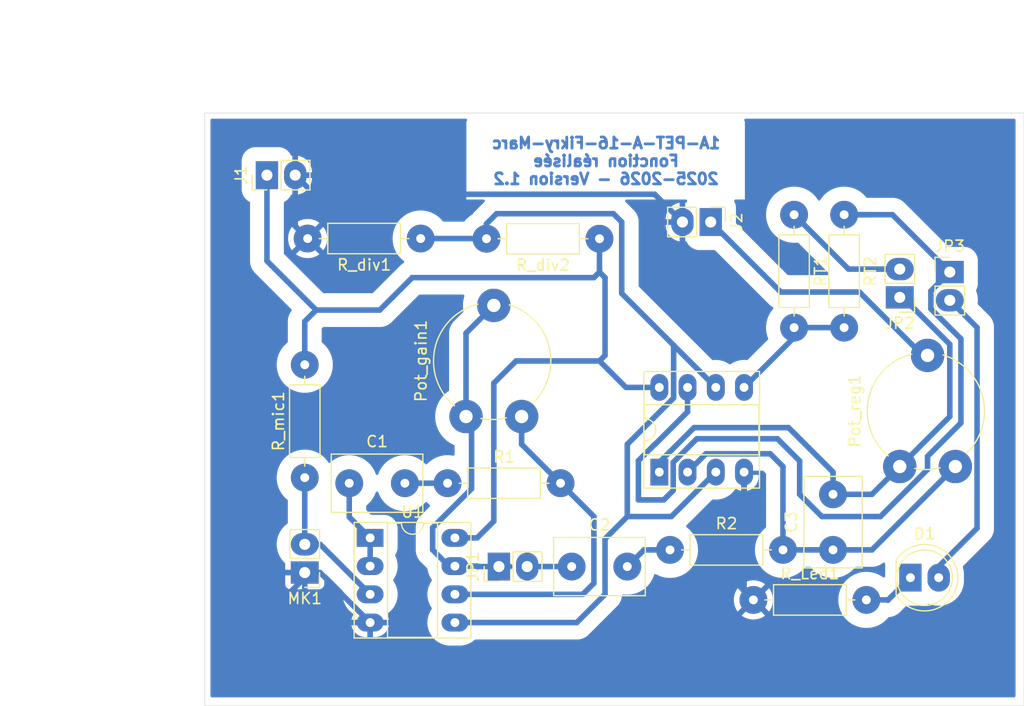
<source format=kicad_pcb>
(kicad_pcb (version 20241229) (generator "pcbnew") (generator_version "9.0")
  (layers (0 "F.Cu" signal) (2 "B.Cu" signal) (13 "F.Paste" user) (15 "B.Paste" user) (5 "F.SilkS" user "F.Silkscreen") (7 "B.SilkS" user "B.Silkscreen") (1 "F.Mask" user) (3 "B.Mask" user) (25 "Edge.Cuts" user))
  (net 0 "")
  (net 1 "GND")
  (net 2 "VCC")
  (net 3 "/Ve")
  (net 4 "Net-(C1-Pad2)")
  (net 5 "/Vs_filtre")
  (net 6 "Net-(U1B--)")
  (net 7 "/V_trig")
  (net 8 "Net-(D1-K)")
  (net 9 "Net-(U2A--)")
  (net 10 "Net-(U1A--)")
  (net 11 "/Vs_amp")
  (net 12 "/V_reg")
  (net 13 "Net-(U2B-+)")
  (net 14 "Net-(C2-Pad2)")
  (net 15 "Net-(U1B-+)")
  (net 16 "Net-(JP1-B)")
  (net 17 "Net-(D1-A)")
  (net 18 "Net-(JP2-B)")
  (footprint "LIB_TR_PHELMA:R_Axial_DIN0207_L6.3mm_D2.5mm_P10.16mm_Horizontal" (layer "F.Cu") (at 74.34 51.5)
    (property "Reference" "R2" (at 5.08 -2.37 0) (layer "F.SilkS"))
    (property "Value" "4.7K")
    (fp_line (start 1.04 0) (end 1.81 0) (stroke (width 0.12)) (layer "F.SilkS"))
    (fp_line (start 1.81 -1.37) (end 1.81 1.37) (stroke (width 0.12)) (layer "F.SilkS"))
    (fp_line (start 1.81 1.37) (end 8.35 1.37) (stroke (width 0.12)) (layer "F.SilkS"))
    (fp_line (start 8.35 -1.37) (end 1.81 -1.37) (stroke (width 0.12)) (layer "F.SilkS"))
    (fp_line (start 8.35 1.37) (end 8.35 -1.37) (stroke (width 0.12)) (layer "F.SilkS"))
    (fp_line (start 9.12 0) (end 8.35 0) (stroke (width 0.12)) (layer "F.SilkS"))
    (pad "1" thru_hole circle (at 0 0) (size 2.5 2.5) (drill 0.8) (layers "*.Cu" "*.Mask") (net 14 "Net-(C2-Pad2)"))
    (pad "2" thru_hole circle (at 10.16 0) (size 2.5 2.5) (drill 0.8) (layers "*.Cu" "*.Mask") (net 9 "Net-(U2A--)"))
  )
  (footprint "LIB_TR_PHELMA:DIP-8_W7.62mm_Socket_LongPads" (layer "F.Cu") (at 47.38 50.42)
    (property "Reference" "U1" (at 3.81 -2.33 0) (layer "F.SilkS"))
    (property "Value" "MCP6002-xP")
    (fp_line (start -1.44 -1.39) (end -1.44 9.01) (stroke (width 0.12)) (layer "F.SilkS"))
    (fp_line (start -1.44 9.01) (end 9.06 9.01) (stroke (width 0.12)) (layer "F.SilkS"))
    (fp_line (start 1.56 -1.33) (end 1.56 8.95) (stroke (width 0.12)) (layer "F.SilkS"))
    (fp_line (start 1.56 8.95) (end 6.06 8.95) (stroke (width 0.12)) (layer "F.SilkS"))
    (fp_line (start 2.81 -1.33) (end 1.56 -1.33) (stroke (width 0.12)) (layer "F.SilkS"))
    (fp_line (start 6.06 -1.33) (end 4.81 -1.33) (stroke (width 0.12)) (layer "F.SilkS"))
    (fp_line (start 6.06 8.95) (end 6.06 -1.33) (stroke (width 0.12)) (layer "F.SilkS"))
    (fp_line (start 9.06 -1.39) (end -1.44 -1.39) (stroke (width 0.12)) (layer "F.SilkS"))
    (fp_line (start 9.06 9.01) (end 9.06 -1.39) (stroke (width 0.12)) (layer "F.SilkS"))
    (fp_arc (start 4.81 -1.33) (mid 3.81 -0.33) (end 2.81 -1.33) (stroke (width 0.12)) (layer "F.SilkS"))
    (pad "1" thru_hole rect (at 0 0) (size 2.4 1.6) (drill 0.8) (layers "*.Cu" "*.Mask") (net 10 "Net-(U1A--)"))
    (pad "2" thru_hole oval (at 0 2.54) (size 2.4 1.6) (drill 0.8) (layers "*.Cu" "*.Mask") (net 10 "Net-(U1A--)"))
    (pad "3" thru_hole oval (at 0 5.08) (size 2.4 1.6) (drill 0.8) (layers "*.Cu" "*.Mask") (net 3 "/Ve"))
    (pad "4" thru_hole oval (at 0 7.62) (size 2.4 1.6) (drill 0.8) (layers "*.Cu" "*.Mask") (net 1 "GND"))
    (pad "5" thru_hole oval (at 7.62 7.62) (size 2.4 1.6) (drill 0.8) (layers "*.Cu" "*.Mask") (net 15 "Net-(U1B-+)"))
    (pad "6" thru_hole oval (at 7.62 5.08) (size 2.4 1.6) (drill 0.8) (layers "*.Cu" "*.Mask") (net 6 "Net-(U1B--)"))
    (pad "7" thru_hole oval (at 7.62 2.54) (size 2.4 1.6) (drill 0.8) (layers "*.Cu" "*.Mask") (net 11 "/Vs_amp"))
    (pad "8" thru_hole oval (at 7.62 0) (size 2.4 1.6) (drill 0.8) (layers "*.Cu" "*.Mask") (net 2 "VCC"))
  )
  (footprint "LIB_TR_PHELMA:R_Axial_DIN0207_L6.3mm_D2.5mm_P10.16mm_Horizontal" (layer "F.Cu") (at 81.84 56)
    (property "Reference" "R_Led1" (at 5.08 -2.37 0) (layer "F.SilkS"))
    (property "Value" "250")
    (fp_line (start 1.04 0) (end 1.81 0) (stroke (width 0.12)) (layer "F.SilkS"))
    (fp_line (start 1.81 -1.37) (end 1.81 1.37) (stroke (width 0.12)) (layer "F.SilkS"))
    (fp_line (start 1.81 1.37) (end 8.35 1.37) (stroke (width 0.12)) (layer "F.SilkS"))
    (fp_line (start 8.35 -1.37) (end 1.81 -1.37) (stroke (width 0.12)) (layer "F.SilkS"))
    (fp_line (start 8.35 1.37) (end 8.35 -1.37) (stroke (width 0.12)) (layer "F.SilkS"))
    (fp_line (start 9.12 0) (end 8.35 0) (stroke (width 0.12)) (layer "F.SilkS"))
    (pad "1" thru_hole circle (at 0 0) (size 2.5 2.5) (drill 0.8) (layers "*.Cu" "*.Mask") (net 1 "GND"))
    (pad "2" thru_hole circle (at 10.16 0) (size 2.5 2.5) (drill 0.8) (layers "*.Cu" "*.Mask") (net 8 "Net-(D1-K)"))
  )
  (footprint "LIB_TR_PHELMA:PinHeader_1x02_P2.54mm_Vertical" (layer "F.Cu") (at 41.5 53.54 180)
    (property "Reference" "MK1" (at 0 -2.33 0) (layer "F.SilkS"))
    (property "Value" "Microphone")
    (fp_line (start 1.33 1.27) (end 1.33 3.87) (stroke (width 0.12)) (layer "F.SilkS"))
    (fp_line (start -1.33 3.87) (end 1.33 3.87) (stroke (width 0.12)) (layer "F.SilkS"))
    (fp_line (start -1.33 1.27) (end 1.33 1.27) (stroke (width 0.12)) (layer "F.SilkS"))
    (fp_line (start -1.33 1.27) (end -1.33 3.87) (stroke (width 0.12)) (layer "F.SilkS"))
    (fp_line (start -1.33 0) (end -1.33 -1.33) (stroke (width 0.12)) (layer "F.SilkS"))
    (fp_line (start -1.33 -1.33) (end 0 -1.33) (stroke (width 0.12)) (layer "F.SilkS"))
    (pad "1" thru_hole rect (at 0 0 180) (size 2.5 2) (drill 1) (layers "*.Cu" "*.Mask") (net 1 "GND"))
    (pad "2" thru_hole oval (at 0 2.54 180) (size 2.5 2) (drill 1) (layers "*.Cu" "*.Mask") (net 3 "/Ve"))
  )
  (footprint "LIB_TR_PHELMA:R_Axial_DIN0207_L6.3mm_D2.5mm_P10.16mm_Horizontal" (layer "F.Cu") (at 41.5 45 90)
    (property "Reference" "R_mic1" (at 5.08 -2.37 90) (layer "F.SilkS"))
    (property "Value" "2.2k")
    (fp_line (start 8.35 -1.37) (end 1.81 -1.37) (stroke (width 0.12)) (layer "F.SilkS"))
    (fp_line (start 1.81 -1.37) (end 1.81 1.37) (stroke (width 0.12)) (layer "F.SilkS"))
    (fp_line (start 9.12 0) (end 8.35 0) (stroke (width 0.12)) (layer "F.SilkS"))
    (fp_line (start 1.04 0) (end 1.81 0) (stroke (width 0.12)) (layer "F.SilkS"))
    (fp_line (start 8.35 1.37) (end 8.35 -1.37) (stroke (width 0.12)) (layer "F.SilkS"))
    (fp_line (start 1.81 1.37) (end 8.35 1.37) (stroke (width 0.12)) (layer "F.SilkS"))
    (pad "1" thru_hole circle (at 0 0 90) (size 2.5 2.5) (drill 0.8) (layers "*.Cu" "*.Mask") (net 3 "/Ve"))
    (pad "2" thru_hole circle (at 10.16 0 90) (size 2.5 2.5) (drill 0.8) (layers "*.Cu" "*.Mask") (net 2 "VCC"))
  )
  (footprint "LIB_TR_PHELMA:PinHeader_1x02_P2.54mm_Vertical" (layer "F.Cu") (at 95 28.775 180)
    (property "Reference" "JP2" (at 0 -2.33 0) (layer "F.SilkS"))
    (property "Value" "1m")
    (fp_line (start 1.33 1.27) (end 1.33 3.87) (stroke (width 0.12)) (layer "F.SilkS"))
    (fp_line (start -1.33 3.87) (end 1.33 3.87) (stroke (width 0.12)) (layer "F.SilkS"))
    (fp_line (start -1.33 1.27) (end 1.33 1.27) (stroke (width 0.12)) (layer "F.SilkS"))
    (fp_line (start -1.33 1.27) (end -1.33 3.87) (stroke (width 0.12)) (layer "F.SilkS"))
    (fp_line (start -1.33 0) (end -1.33 -1.33) (stroke (width 0.12)) (layer "F.SilkS"))
    (fp_line (start -1.33 -1.33) (end 0 -1.33) (stroke (width 0.12)) (layer "F.SilkS"))
    (pad "1" thru_hole rect (at 0 0 180) (size 2.5 2) (drill 1) (layers "*.Cu" "*.Mask") (net 5 "/Vs_filtre"))
    (pad "2" thru_hole oval (at 0 2.54 180) (size 2.5 2) (drill 1) (layers "*.Cu" "*.Mask") (net 18 "Net-(JP2-B)"))
  )
  (footprint "LIB_TR_PHELMA:R_Axial_DIN0207_L6.3mm_D2.5mm_P10.16mm_Horizontal" (layer "F.Cu") (at 51.92 23.484 180)
    (property "Reference" "R_div1" (at 5.08 -2.37 0) (layer "F.SilkS"))
    (property "Value" "1K")
    (fp_line (start 9.12 0) (end 8.35 0) (stroke (width 0.12)) (layer "F.SilkS"))
    (fp_line (start 8.35 1.37) (end 8.35 -1.37) (stroke (width 0.12)) (layer "F.SilkS"))
    (fp_line (start 8.35 -1.37) (end 1.81 -1.37) (stroke (width 0.12)) (layer "F.SilkS"))
    (fp_line (start 1.81 1.37) (end 8.35 1.37) (stroke (width 0.12)) (layer "F.SilkS"))
    (fp_line (start 1.81 -1.37) (end 1.81 1.37) (stroke (width 0.12)) (layer "F.SilkS"))
    (fp_line (start 1.04 0) (end 1.81 0) (stroke (width 0.12)) (layer "F.SilkS"))
    (pad "1" thru_hole circle (at 0 0 180) (size 2.5 2.5) (drill 0.8) (layers "*.Cu" "*.Mask") (net 15 "Net-(U1B-+)"))
    (pad "2" thru_hole circle (at 10.16 0 180) (size 2.5 2.5) (drill 0.8) (layers "*.Cu" "*.Mask") (net 1 "GND"))
  )
  (footprint "LIB_TR_PHELMA:CONDENSATEUR_5.08MM" (layer "F.Cu") (at 45.5 45.5)
    (property "Reference" "C1" (at 2.5 -3.75 0) (layer "F.SilkS"))
    (property "Value" "680n")
    (fp_line (start -1.62 -2.62) (end -1.62 2.62) (stroke (width 0.12)) (layer "F.SilkS"))
    (fp_line (start -1.62 -2.62) (end 6.62 -2.62) (stroke (width 0.12)) (layer "F.SilkS"))
    (fp_line (start -1.62 2.62) (end 6.62 2.62) (stroke (width 0.12)) (layer "F.SilkS"))
    (fp_line (start 6.62 -2.62) (end 6.62 2.62) (stroke (width 0.12)) (layer "F.SilkS"))
    (pad "1" thru_hole circle (at 0 0) (size 2.5 2.5) (drill 0.8) (layers "*.Cu" "*.Mask") (net 10 "Net-(U1A--)"))
    (pad "2" thru_hole circle (at 5 0) (size 2.5 2.5) (drill 0.8) (layers "*.Cu" "*.Mask") (net 4 "Net-(C1-Pad2)"))
  )
  (footprint "LIB_TR_PHELMA:Potentiometer_Piher_PT-10-V10_Vertical" (layer "F.Cu") (at 61 39.5 90)
    (property "Reference" "Pot_gain1" (at 5 -9.05 90) (layer "F.SilkS"))
    (property "Value" "118K")
    (fp_arc (start 0.963379 -6.038474) (mid 6.186565 -7.784991) (end 10.114 -3.924) (stroke (width 0.12)) (layer "F.SilkS"))
    (fp_arc (start -0.11439 -1.375119) (mid -0.269093 -2.512295) (end -0.174 -3.656) (stroke (width 0.12)) (layer "F.SilkS"))
    (fp_arc (start 10.039726 -1.109201) (mid 8.134716 1.586326) (end 5 2.62) (stroke (width 0.12)) (layer "F.SilkS"))
    (fp_arc (start 5.09203 2.619358) (mid 2.983245 2.219015) (end 1.209 1.011) (stroke (width 0.12)) (layer "F.SilkS"))
    (pad "1" thru_hole circle (at 0 0 90) (size 3 3) (drill 1.2) (layers "*.Cu" "*.Mask") (net 6 "Net-(U1B--)"))
    (pad "2" thru_hole circle (at 10 -2.5 90) (size 3 3) (drill 1.2) (layers "*.Cu" "*.Mask") (net 11 "/Vs_amp"))
    (pad "3" thru_hole circle (at 0 -5 90) (size 3 3) (drill 1.2) (layers "*.Cu" "*.Mask") (net 11 "/Vs_amp"))
  )
  (footprint "LIB_TR_PHELMA:PinHeader_1x02_P2.54mm_Vertical" (layer "F.Cu") (at 58.96 53 90)
    (property "Reference" "JP1" (at 0 -2.33 90) (layer "F.SilkS"))
    (property "Value" "1m")
    (fp_line (start -1.33 -1.33) (end 0 -1.33) (stroke (width 0.12)) (layer "F.SilkS"))
    (fp_line (start -1.33 0) (end -1.33 -1.33) (stroke (width 0.12)) (layer "F.SilkS"))
    (fp_line (start 1.33 1.27) (end 1.33 3.87) (stroke (width 0.12)) (layer "F.SilkS"))
    (fp_line (start -1.33 1.27) (end 1.33 1.27) (stroke (width 0.12)) (layer "F.SilkS"))
    (fp_line (start -1.33 1.27) (end -1.33 3.87) (stroke (width 0.12)) (layer "F.SilkS"))
    (fp_line (start -1.33 3.87) (end 1.33 3.87) (stroke (width 0.12)) (layer "F.SilkS"))
    (pad "1" thru_hole rect (at 0 0 90) (size 2.5 2) (drill 1) (layers "*.Cu" "*.Mask") (net 11 "/Vs_amp"))
    (pad "2" thru_hole oval (at 0 2.54 90) (size 2.5 2) (drill 1) (layers "*.Cu" "*.Mask") (net 16 "Net-(JP1-B)"))
  )
  (footprint "LIB_TR_PHELMA:R_Axial_DIN0207_L6.3mm_D2.5mm_P10.16mm_Horizontal" (layer "F.Cu") (at 85.5 21.34 -90)
    (property "Reference" "RT1" (at 5.08 -2.37 90) (layer "F.SilkS"))
    (property "Value" "10K")
    (fp_line (start 1.81 1.37) (end 8.35 1.37) (stroke (width 0.12)) (layer "F.SilkS"))
    (fp_line (start 8.35 1.37) (end 8.35 -1.37) (stroke (width 0.12)) (layer "F.SilkS"))
    (fp_line (start 1.04 0) (end 1.81 0) (stroke (width 0.12)) (layer "F.SilkS"))
    (fp_line (start 9.12 0) (end 8.35 0) (stroke (width 0.12)) (layer "F.SilkS"))
    (fp_line (start 1.81 -1.37) (end 1.81 1.37) (stroke (width 0.12)) (layer "F.SilkS"))
    (fp_line (start 8.35 -1.37) (end 1.81 -1.37) (stroke (width 0.12)) (layer "F.SilkS"))
    (pad "1" thru_hole circle (at 0 0 270) (size 2.5 2.5) (drill 0.8) (layers "*.Cu" "*.Mask") (net 18 "Net-(JP2-B)"))
    (pad "2" thru_hole circle (at 10.16 0 270) (size 2.5 2.5) (drill 0.8) (layers "*.Cu" "*.Mask") (net 13 "Net-(U2B-+)"))
  )
  (footprint "LIB_TR_PHELMA:CONDENSATEUR_5.08MM" (layer "F.Cu") (at 89 51.5 90)
    (property "Reference" "C3" (at 2.5 -3.75 90) (layer "F.SilkS"))
    (property "Value" "1.69nF")
    (fp_line (start 6.62 -2.62) (end 6.62 2.62) (stroke (width 0.12)) (layer "F.SilkS"))
    (fp_line (start -1.62 -2.62) (end 6.62 -2.62) (stroke (width 0.12)) (layer "F.SilkS"))
    (fp_line (start -1.62 -2.62) (end -1.62 2.62) (stroke (width 0.12)) (layer "F.SilkS"))
    (fp_line (start -1.62 2.62) (end 6.62 2.62) (stroke (width 0.12)) (layer "F.SilkS"))
    (pad "1" thru_hole circle (at 0 0 90) (size 2.5 2.5) (drill 0.8) (layers "*.Cu" "*.Mask") (net 9 "Net-(U2A--)"))
    (pad "2" thru_hole circle (at 5 0 90) (size 2.5 2.5) (drill 0.8) (layers "*.Cu" "*.Mask") (net 5 "/Vs_filtre"))
  )
  (footprint "LIB_TR_PHELMA:DIP-8_W7.62mm_Socket_LongPads" (layer "F.Cu") (at 73.38 44.5 90)
    (property "Reference" "U2" (hide yes))
    (property "Value" "MCP6002-xP")
    (fp_line (start 9.06 -1.39) (end -1.44 -1.39) (stroke (width 0.12)) (layer "F.SilkS"))
    (fp_line (start -1.44 -1.39) (end -1.44 9.01) (stroke (width 0.12)) (layer "F.SilkS"))
    (fp_line (start 6.06 -1.33) (end 4.81 -1.33) (stroke (width 0.12)) (layer "F.SilkS"))
    (fp_line (start 2.81 -1.33) (end 1.56 -1.33) (stroke (width 0.12)) (layer "F.SilkS"))
    (fp_line (start 1.56 -1.33) (end 1.56 8.95) (stroke (width 0.12)) (layer "F.SilkS"))
    (fp_line (start 6.06 8.95) (end 6.06 -1.33) (stroke (width 0.12)) (layer "F.SilkS"))
    (fp_line (start 1.56 8.95) (end 6.06 8.95) (stroke (width 0.12)) (layer "F.SilkS"))
    (fp_line (start 9.06 9.01) (end 9.06 -1.39) (stroke (width 0.12)) (layer "F.SilkS"))
    (fp_line (start -1.44 9.01) (end 9.06 9.01) (stroke (width 0.12)) (layer "F.SilkS"))
    (fp_arc (start 4.81 -1.33) (mid 3.81 -0.33) (end 2.81 -1.33) (stroke (width 0.12)) (layer "F.SilkS"))
    (pad "1" thru_hole rect (at 0 0 90) (size 2.4 1.6) (drill 0.8) (layers "*.Cu" "*.Mask") (net 5 "/Vs_filtre"))
    (pad "2" thru_hole oval (at 0 2.54 90) (size 2.4 1.6) (drill 0.8) (layers "*.Cu" "*.Mask") (net 9 "Net-(U2A--)"))
    (pad "3" thru_hole oval (at 0 5.08 90) (size 2.4 1.6) (drill 0.8) (layers "*.Cu" "*.Mask") (net 15 "Net-(U1B-+)"))
    (pad "4" thru_hole oval (at 0 7.62 90) (size 2.4 1.6) (drill 0.8) (layers "*.Cu" "*.Mask") (net 1 "GND"))
    (pad "5" thru_hole oval (at 7.62 7.62 90) (size 2.4 1.6) (drill 0.8) (layers "*.Cu" "*.Mask") (net 13 "Net-(U2B-+)"))
    (pad "6" thru_hole oval (at 7.62 5.08 90) (size 2.4 1.6) (drill 0.8) (layers "*.Cu" "*.Mask") (net 15 "Net-(U1B-+)"))
    (pad "7" thru_hole oval (at 7.62 2.54 90) (size 2.4 1.6) (drill 0.8) (layers "*.Cu" "*.Mask") (net 7 "/V_trig"))
    (pad "8" thru_hole oval (at 7.62 0 90) (size 2.4 1.6) (drill 0.8) (layers "*.Cu" "*.Mask") (net 2 "VCC"))
  )
  (footprint "LIB_TR_PHELMA:R_Axial_DIN0207_L6.3mm_D2.5mm_P10.16mm_Horizontal" (layer "F.Cu") (at 68 23.5 180)
    (property "Reference" "R_div2" (at 5.08 -2.37 0) (layer "F.SilkS"))
    (property "Value" "1K")
    (fp_line (start 9.12 0) (end 8.35 0) (stroke (width 0.12)) (layer "F.SilkS"))
    (fp_line (start 8.35 1.37) (end 8.35 -1.37) (stroke (width 0.12)) (layer "F.SilkS"))
    (fp_line (start 8.35 -1.37) (end 1.81 -1.37) (stroke (width 0.12)) (layer "F.SilkS"))
    (fp_line (start 1.81 1.37) (end 8.35 1.37) (stroke (width 0.12)) (layer "F.SilkS"))
    (fp_line (start 1.81 -1.37) (end 1.81 1.37) (stroke (width 0.12)) (layer "F.SilkS"))
    (fp_line (start 1.04 0) (end 1.81 0) (stroke (width 0.12)) (layer "F.SilkS"))
    (pad "1" thru_hole circle (at 0 0 180) (size 2.5 2.5) (drill 0.8) (layers "*.Cu" "*.Mask") (net 2 "VCC"))
    (pad "2" thru_hole circle (at 10.16 0 180) (size 2.5 2.5) (drill 0.8) (layers "*.Cu" "*.Mask") (net 15 "Net-(U1B-+)"))
  )
  (footprint "LIB_TR_PHELMA:CONDENSATEUR_5.08MM" (layer "F.Cu") (at 65.5 53)
    (property "Reference" "C2" (at 2.5 -3.75 0) (layer "F.SilkS"))
    (property "Value" "680n")
    (fp_line (start -1.62 -2.62) (end -1.62 2.62) (stroke (width 0.12)) (layer "F.SilkS"))
    (fp_line (start -1.62 -2.62) (end 6.62 -2.62) (stroke (width 0.12)) (layer "F.SilkS"))
    (fp_line (start -1.62 2.62) (end 6.62 2.62) (stroke (width 0.12)) (layer "F.SilkS"))
    (fp_line (start 6.62 -2.62) (end 6.62 2.62) (stroke (width 0.12)) (layer "F.SilkS"))
    (pad "1" thru_hole circle (at 0 0) (size 2.5 2.5) (drill 0.8) (layers "*.Cu" "*.Mask") (net 16 "Net-(JP1-B)"))
    (pad "2" thru_hole circle (at 5 0) (size 2.5 2.5) (drill 0.8) (layers "*.Cu" "*.Mask") (net 14 "Net-(C2-Pad2)"))
  )
  (footprint "LIB_TR_PHELMA:Potentiometer_Piher_PT-10-V10_Vertical" (layer "F.Cu") (at 100 44 90)
    (property "Reference" "Pot_reg1" (at 5 -9.05 90) (layer "F.SilkS"))
    (property "Value" "4.7K")
    (fp_arc (start 0.963379 -6.038474) (mid 6.186565 -7.784991) (end 10.114 -3.924) (stroke (width 0.12)) (layer "F.SilkS"))
    (fp_arc (start -0.11439 -1.375119) (mid -0.269093 -2.512295) (end -0.174 -3.656) (stroke (width 0.12)) (layer "F.SilkS"))
    (fp_arc (start 10.039726 -1.109201) (mid 8.134716 1.586326) (end 5 2.62) (stroke (width 0.12)) (layer "F.SilkS"))
    (fp_arc (start 5.09203 2.619358) (mid 2.983245 2.219015) (end 1.209 1.011) (stroke (width 0.12)) (layer "F.SilkS"))
    (pad "1" thru_hole circle (at 0 0 90) (size 3 3) (drill 1.2) (layers "*.Cu" "*.Mask") (net 9 "Net-(U2A--)"))
    (pad "2" thru_hole circle (at 10 -2.5 90) (size 3 3) (drill 1.2) (layers "*.Cu" "*.Mask") (net 12 "/V_reg"))
    (pad "3" thru_hole circle (at 0 -5 90) (size 3 3) (drill 1.2) (layers "*.Cu" "*.Mask") (net 5 "/Vs_filtre"))
  )
  (footprint "LIB_TR_PHELMA:LED_D5.0mm" (layer "F.Cu") (at 95.96 54)
    (property "Reference" "D1" (at 1.27 -3.96 0) (layer "F.SilkS"))
    (property "Value" "LED")
    (fp_line (start -1.29 -1.545) (end -1.29 1.545) (stroke (width 0.12)) (layer "F.SilkS"))
    (fp_arc (start -1.29 -1.54483) (mid 2.072002 -2.880433) (end 4.26 0.000462) (stroke (width 0.12)) (layer "F.SilkS"))
    (fp_arc (start 4.26 -0.000462) (mid 2.072002 2.880433) (end -1.29 1.54483) (stroke (width 0.12)) (layer "F.SilkS"))
    (fp_circle (center 1.27 0) (end 3.77 0) (stroke (width 0.12)) (fill no) (layer "F.SilkS"))
    (pad "1" thru_hole rect (at 0 0) (size 2 2.5) (drill 0.8) (layers "*.Cu" "*.Mask") (net 8 "Net-(D1-K)"))
    (pad "2" thru_hole oval (at 2.54 0) (size 2 2.5) (drill 0.8) (layers "*.Cu" "*.Mask") (net 17 "Net-(D1-A)"))
  )
  (footprint "LIB_TR_PHELMA:PinHeader_1x02_P2.54mm_Vertical" (layer "F.Cu") (at 78 22 -90)
    (property "Reference" "J2" (at 0 -2.33 90) (layer "F.SilkS"))
    (property "Value" "Conn_01x02")
    (fp_line (start -1.33 3.87) (end 1.33 3.87) (stroke (width 0.12)) (layer "F.SilkS"))
    (fp_line (start -1.33 1.27) (end -1.33 3.87) (stroke (width 0.12)) (layer "F.SilkS"))
    (fp_line (start -1.33 1.27) (end 1.33 1.27) (stroke (width 0.12)) (layer "F.SilkS"))
    (fp_line (start 1.33 1.27) (end 1.33 3.87) (stroke (width 0.12)) (layer "F.SilkS"))
    (fp_line (start -1.33 0) (end -1.33 -1.33) (stroke (width 0.12)) (layer "F.SilkS"))
    (fp_line (start -1.33 -1.33) (end 0 -1.33) (stroke (width 0.12)) (layer "F.SilkS"))
    (pad "1" thru_hole rect (at 0 0 270) (size 2.5 2) (drill 1) (layers "*.Cu" "*.Mask") (net 12 "/V_reg"))
    (pad "2" thru_hole oval (at 0 2.54 270) (size 2.5 2) (drill 1) (layers "*.Cu" "*.Mask") (net 1 "GND"))
  )
  (footprint "LIB_TR_PHELMA:R_Axial_DIN0207_L6.3mm_D2.5mm_P10.16mm_Horizontal" (layer "F.Cu") (at 54.34 45.5)
    (property "Reference" "R1" (at 5.08 -2.37 0) (layer "F.SilkS"))
    (property "Value" "4.7K")
    (fp_line (start 1.04 0) (end 1.81 0) (stroke (width 0.12)) (layer "F.SilkS"))
    (fp_line (start 1.81 -1.37) (end 1.81 1.37) (stroke (width 0.12)) (layer "F.SilkS"))
    (fp_line (start 1.81 1.37) (end 8.35 1.37) (stroke (width 0.12)) (layer "F.SilkS"))
    (fp_line (start 8.35 -1.37) (end 1.81 -1.37) (stroke (width 0.12)) (layer "F.SilkS"))
    (fp_line (start 8.35 1.37) (end 8.35 -1.37) (stroke (width 0.12)) (layer "F.SilkS"))
    (fp_line (start 9.12 0) (end 8.35 0) (stroke (width 0.12)) (layer "F.SilkS"))
    (pad "1" thru_hole circle (at 0 0) (size 2.5 2.5) (drill 0.8) (layers "*.Cu" "*.Mask") (net 4 "Net-(C1-Pad2)"))
    (pad "2" thru_hole circle (at 10.16 0) (size 2.5 2.5) (drill 0.8) (layers "*.Cu" "*.Mask") (net 6 "Net-(U1B--)"))
  )
  (footprint "LIB_TR_PHELMA:R_Axial_DIN0207_L6.3mm_D2.5mm_P10.16mm_Horizontal" (layer "F.Cu") (at 90 21.34 -90)
    (property "Reference" "RT2" (at 5.08 -2.37 90) (layer "F.SilkS"))
    (property "Value" "100K")
    (fp_line (start 1.81 1.37) (end 8.35 1.37) (stroke (width 0.12)) (layer "F.SilkS"))
    (fp_line (start 8.35 1.37) (end 8.35 -1.37) (stroke (width 0.12)) (layer "F.SilkS"))
    (fp_line (start 1.04 0) (end 1.81 0) (stroke (width 0.12)) (layer "F.SilkS"))
    (fp_line (start 9.12 0) (end 8.35 0) (stroke (width 0.12)) (layer "F.SilkS"))
    (fp_line (start 1.81 -1.37) (end 1.81 1.37) (stroke (width 0.12)) (layer "F.SilkS"))
    (fp_line (start 8.35 -1.37) (end 1.81 -1.37) (stroke (width 0.12)) (layer "F.SilkS"))
    (pad "1" thru_hole circle (at 0 0 270) (size 2.5 2.5) (drill 0.8) (layers "*.Cu" "*.Mask") (net 7 "/V_trig"))
    (pad "2" thru_hole circle (at 10.16 0 270) (size 2.5 2.5) (drill 0.8) (layers "*.Cu" "*.Mask") (net 13 "Net-(U2B-+)"))
  )
  (footprint "LIB_TR_PHELMA:PinHeader_1x02_P2.54mm_Vertical" (layer "F.Cu") (at 99.5 26.5)
    (property "Reference" "JP3" (at 0 -2.33 0) (layer "F.SilkS"))
    (property "Value" "1m")
    (fp_line (start -1.33 -1.33) (end 0 -1.33) (stroke (width 0.12)) (layer "F.SilkS"))
    (fp_line (start -1.33 0) (end -1.33 -1.33) (stroke (width 0.12)) (layer "F.SilkS"))
    (fp_line (start -1.33 1.27) (end -1.33 3.87) (stroke (width 0.12)) (layer "F.SilkS"))
    (fp_line (start -1.33 1.27) (end 1.33 1.27) (stroke (width 0.12)) (layer "F.SilkS"))
    (fp_line (start -1.33 3.87) (end 1.33 3.87) (stroke (width 0.12)) (layer "F.SilkS"))
    (fp_line (start 1.33 1.27) (end 1.33 3.87) (stroke (width 0.12)) (layer "F.SilkS"))
    (pad "1" thru_hole rect (at 0 0) (size 2.5 2) (drill 1) (layers "*.Cu" "*.Mask") (net 7 "/V_trig"))
    (pad "2" thru_hole oval (at 0 2.54) (size 2.5 2) (drill 1) (layers "*.Cu" "*.Mask") (net 17 "Net-(D1-A)"))
  )
  (footprint "LIB_TR_PHELMA:PinHeader_1x02_P2.54mm_Vertical" (layer "F.Cu") (at 38.1 17.78 90)
    (property "Reference" "J1" (at 0 -2.33 90) (layer "F.SilkS"))
    (property "Value" "5")
    (fp_line (start -1.33 -1.33) (end 0 -1.33) (stroke (width 0.12)) (layer "F.SilkS"))
    (fp_line (start -1.33 0) (end -1.33 -1.33) (stroke (width 0.12)) (layer "F.SilkS"))
    (fp_line (start 1.33 1.27) (end 1.33 3.87) (stroke (width 0.12)) (layer "F.SilkS"))
    (fp_line (start -1.33 1.27) (end 1.33 1.27) (stroke (width 0.12)) (layer "F.SilkS"))
    (fp_line (start -1.33 1.27) (end -1.33 3.87) (stroke (width 0.12)) (layer "F.SilkS"))
    (fp_line (start -1.33 3.87) (end 1.33 3.87) (stroke (width 0.12)) (layer "F.SilkS"))
    (pad "1" thru_hole rect (at 0 0 90) (size 2.5 2) (drill 1) (layers "*.Cu" "*.Mask") (net 2 "VCC"))
    (pad "2" thru_hole oval (at 0 2.54 90) (size 2.5 2) (drill 1) (layers "*.Cu" "*.Mask") (net 1 "GND"))
  )
  (gr_rect (start 32.512 12.192) (end 106.172 65.532) (stroke (width 0.05)) (fill no) (layer "Edge.Cuts"))
  (gr_text "1A-PET-A-16-Fikry-Marc\nFonction réalisée\n2025-2026 - Version 1.2" (at 68.58 16.51 0) (layer "B.Cu") (effects (font (size 1 1) (thickness 0.25)) (justify mirror)))
  (segment (start 41.5 53.54) (end 42.88 53.54) (width 0.5) (layer "B.Cu") (net 1))
  (segment (start 81 55.16) (end 81.84 56) (width 0.5) (layer "B.Cu") (net 1))
  (segment (start 42.36 19.5) (end 40.64 17.78) (width 0.5) (layer "B.Cu") (net 1))
  (segment (start 81 44.5) (end 81 55.16) (width 0.5) (layer "B.Cu") (net 1))
  (segment (start 42.88 53.54) (end 47.38 58.04) (width 0.5) (layer "B.Cu") (net 1))
  (segment (start 41.5 53.54) (end 41.5 54) (width 0.5) (layer "B.Cu") (net 1))
  (segment (start 74.34 56) (end 73.589 56.751) (width 0.5) (layer "B.Cu") (net 1))
  (segment (start 40.64 22.364) (end 41.76 23.484) (width 0.5) (layer "B.Cu") (net 1))
  (segment (start 40.64 17.78) (end 40.64 22.364) (width 0.5) (layer "B.Cu") (net 1))
  (segment (start 75.46 22) (end 72.96 19.5) (width 0.5) (layer "B.Cu") (net 1))
  (segment (start 72.96 19.5) (end 42.36 19.5) (width 0.5) (layer "B.Cu") (net 1))
  (segment (start 41.5 54) (end 40 55.5) (width 0.5) (layer "B.Cu") (net 1))
  (segment (start 73.38 36.88) (end 70.38 36.88) (width 0.5) (layer "B.Cu") (net 2))
  (segment (start 60.5 34.5) (end 68 34.5) (width 0.5) (layer "B.Cu") (net 2))
  (segment (start 68 26.5) (end 68.5 27) (width 0.5) (layer "B.Cu") (net 2))
  (segment (start 68.5 34) (end 68 34.5) (width 0.5) (layer "B.Cu") (net 2))
  (segment (start 58.5 36.5) (end 60.5 34.5) (width 0.5) (layer "B.Cu") (net 2))
  (segment (start 70.38 36.88) (end 68 34.5) (width 0.5) (layer "B.Cu") (net 2))
  (segment (start 42.524 29.92) (end 48.242024 29.92) (width 0.5) (layer "B.Cu") (net 2))
  (segment (start 38.1 25.496) (end 42.524 29.92) (width 0.5) (layer "B.Cu") (net 2))
  (segment (start 68.5 27) (end 68.5 34) (width 0.5) (layer "B.Cu") (net 2))
  (segment (start 68 23.5) (end 68 26.5) (width 0.5) (layer "B.Cu") (net 2))
  (segment (start 51.162024 27) (end 67.5 27) (width 0.5) (layer "B.Cu") (net 2))
  (segment (start 67.5 27) (end 68 26.5) (width 0.5) (layer "B.Cu") (net 2))
  (segment (start 48.242024 29.92) (end 51.162024 27) (width 0.5) (layer "B.Cu") (net 2))
  (segment (start 57 50.42) (end 55 50.42) (width 0.5) (layer "B.Cu") (net 2))
  (segment (start 41.5 30.944) (end 42.524 29.92) (width 0.5) (layer "B.Cu") (net 2))
  (segment (start 57 50.42) (end 58.5 48.92) (width 0.5) (layer "B.Cu") (net 2))
  (segment (start 58.5 48.92) (end 58.5 36.5) (width 0.5) (layer "B.Cu") (net 2))
  (segment (start 41.5 34.84) (end 41.5 30.944) (width 0.5) (layer "B.Cu") (net 2))
  (segment (start 38.1 17.78) (end 38.1 25.496) (width 0.5) (layer "B.Cu") (net 2))
  (segment (start 41.5 51) (end 42.88 51) (width 0.5) (layer "B.Cu") (net 3))
  (segment (start 41.5 45) (end 41.5 51) (width 0.5) (layer "B.Cu") (net 3))
  (segment (start 42.88 51) (end 47.38 55.5) (width 0.5) (layer "B.Cu") (net 3))
  (segment (start 50.5 45.5) (end 54.34 45.5) (width 0.5) (layer "B.Cu") (net 4))
  (segment (start 89 44.5) (end 89 46.5) (width 0.5) (layer "B.Cu") (net 5))
  (segment (start 95.275 28.775) (end 99.5 33) (width 0.5) (layer "B.Cu") (net 5))
  (segment (start 76.5 40.5) (end 85 40.5) (width 0.5) (layer "B.Cu") (net 5))
  (segment (start 92.5 46.5) (end 95 44) (width 0.5) (layer "B.Cu") (net 5))
  (segment (start 73.38 43.62) (end 76.5 40.5) (width 0.5) (layer "B.Cu") (net 5))
  (segment (start 99.5 39.5) (end 95 44) (width 0.5) (layer "B.Cu") (net 5))
  (segment (start 73.38 44.5) (end 73.38 43.62) (width 0.5) (layer "B.Cu") (net 5))
  (segment (start 99.5 33) (end 99.5 39.5) (width 0.5) (layer "B.Cu") (net 5))
  (segment (start 85 40.5) (end 89 44.5) (width 0.5) (layer "B.Cu") (net 5))
  (segment (start 95 28.775) (end 95.275 28.775) (width 0.5) (layer "B.Cu") (net 5))
  (segment (start 88.5 46.5) (end 92.5 46.5) (width 0.5) (layer "B.Cu") (net 5))
  (segment (start 61 42) (end 64.5 45.5) (width 0.5) (layer "B.Cu") (net 6))
  (segment (start 66.5 55.5) (end 55 55.5) (width 0.5) (layer "B.Cu") (net 6))
  (segment (start 67.5 48.5) (end 67.5 54.5) (width 0.5) (layer "B.Cu") (net 6))
  (segment (start 64.5 45.5) (end 67.5 48.5) (width 0.5) (layer "B.Cu") (net 6))
  (segment (start 67.5 54.5) (end 66.5 55.5) (width 0.5) (layer "B.Cu") (net 6))
  (segment (start 61 41.5) (end 61 42) (width 0.5) (layer "B.Cu") (net 6))
  (segment (start 61 39.5) (end 61 41.5) (width 0.5) (layer "B.Cu") (net 6))
  (segment (start 97.799 29.807636) (end 97.799 28.201) (width 0.5) (layer "B.Cu") (net 7))
  (segment (start 100.5 40.071435) (end 100.5 32.508636) (width 0.5) (layer "B.Cu") (net 7))
  (segment (start 97.5 44.259131) (end 97.5 43.071435) (width 0.5) (layer "B.Cu") (net 7))
  (segment (start 71.5 43.478) (end 71.5 47) (width 0.5) (layer "B.Cu") (net 7))
  (segment (start 97.799 28.201) (end 99.5 26.5) (width 0.5) (layer "B.Cu") (net 7))
  (segment (start 71.5 47) (end 73.782 47) (width 0.5) (layer "B.Cu") (net 7))
  (segment (start 75.92 36.88) (end 75.92 39.08) (width 0.5) (layer "B.Cu") (net 7))
  (segment (start 97.5 43.071435) (end 100.5 40.071435) (width 0.5) (layer "B.Cu") (net 7))
  (segment (start 73 42) (end 72.978 42) (width 0.5) (layer "B.Cu") (net 7))
  (segment (start 88 48.5) (end 93.259131 48.5) (width 0.5) (layer "B.Cu") (net 7))
  (segment (start 90 21.34) (end 92.407024 21.34) (width 0.5) (layer "B.Cu") (net 7))
  (segment (start 93.259131 48.5) (end 97.5 44.259131) (width 0.5) (layer "B.Cu") (net 7))
  (segment (start 74.631 46.151) (end 74.631 43.619819) (width 0.5) (layer "B.Cu") (net 7))
  (segment (start 84 41.5) (end 86 43.5) (width 0.5) (layer "B.Cu") (net 7))
  (segment (start 75.92 39.08) (end 73 42) (width 0.5) (layer "B.Cu") (net 7))
  (segment (start 86 46.5) (end 88 48.5) (width 0.5) (layer "B.Cu") (net 7))
  (segment (start 73.782 47) (end 74.631 46.151) (width 0.5) (layer "B.Cu") (net 7))
  (segment (start 86 43.5) (end 86 46.5) (width 0.5) (layer "B.Cu") (net 7))
  (segment (start 72.978 42) (end 71.5 43.478) (width 0.5) (layer "B.Cu") (net 7))
  (segment (start 94.34 21.34) (end 99.5 26.5) (width 0.5) (layer "B.Cu") (net 7))
  (segment (start 90 21.34) (end 94.34 21.34) (width 0.5) (layer "B.Cu") (net 7))
  (segment (start 74.631 43.619819) (end 76.750819 41.5) (width 0.5) (layer "B.Cu") (net 7))
  (segment (start 100.5 32.508636) (end 97.799 29.807636) (width 0.5) (layer "B.Cu") (net 7))
  (segment (start 76.750819 41.5) (end 84 41.5) (width 0.5) (layer "B.Cu") (net 7))
  (segment (start 92 56) (end 93.912 56) (width 0.5) (layer "B.Cu") (net 8))
  (segment (start 93.912 56) (end 93.936 56.024) (width 0.5) (layer "B.Cu") (net 8))
  (segment (start 93.936 56.024) (end 95.96 54) (width 0.5) (layer "B.Cu") (net 8))
  (segment (start 75.92 44.5) (end 77.571 42.849) (width 0.5) (layer "B.Cu") (net 9))
  (segment (start 88 51.5) (end 87.976 51.524) (width 0.5) (layer "B.Cu") (net 9))
  (segment (start 84.5 44) (end 84.5 51.5) (width 0.5) (layer "B.Cu") (net 9))
  (segment (start 83.349 42.849) (end 84.5 44) (width 0.5) (layer "B.Cu") (net 9))
  (segment (start 88.5 51.5) (end 88 51.5) (width 0.5) (layer "B.Cu") (net 9))
  (segment (start 84.5 51.5) (end 89 51.5) (width 0.5) (layer "B.Cu") (net 9))
  (segment (start 77.571 42.849) (end 83.349 42.849) (width 0.5) (layer "B.Cu") (net 9))
  (segment (start 92.5 51.5) (end 100 44) (width 0.5) (layer "B.Cu") (net 9))
  (segment (start 92.5 51.5) (end 89 51.5) (width 0.5) (layer "B.Cu") (net 9))
  (segment (start 47.3 50.5) (end 47.38 50.42) (width 0.5) (layer "B.Cu") (net 10))
  (segment (start 47.38 52.96) (end 47.38 50.42) (width 0.5) (layer "B.Cu") (net 10))
  (segment (start 45.5 45.5) (end 45.5 48.54) (width 0.5) (layer "B.Cu") (net 10))
  (segment (start 45.5 48.54) (end 47.38 50.42) (width 0.5) (layer "B.Cu") (net 10))
  (segment (start 54.46 52.96) (end 55 52.96) (width 0.5) (layer "B.Cu") (net 11))
  (segment (start 53 49.5) (end 53 51.5) (width 0.5) (layer "B.Cu") (net 11))
  (segment (start 53 51.5) (end 54.46 52.96) (width 0.5) (layer "B.Cu") (net 11))
  (segment (start 56 32) (end 56 39.5) (width 0.5) (layer "B.Cu") (net 11))
  (segment (start 59.96 53) (end 57.04 53) (width 0.5) (layer "B.Cu") (net 11))
  (segment (start 56 39.5) (end 56.5 40) (width 0.5) (layer "B.Cu") (net 11))
  (segment (start 57 52.96) (end 57.04 53) (width 0.5) (layer "B.Cu") (net 11))
  (segment (start 56.5 46) (end 53 49.5) (width 0.5) (layer "B.Cu") (net 11))
  (segment (start 56.5 40) (end 56.5 46) (width 0.5) (layer "B.Cu") (net 11))
  (segment (start 55 52.96) (end 57 52.96) (width 0.5) (layer "B.Cu") (net 11))
  (segment (start 58.5 29.5) (end 56 32) (width 0.5) (layer "B.Cu") (net 11))
  (segment (start 97.5 34) (end 97.5 33.34) (width 0.5) (layer "B.Cu") (net 12))
  (segment (start 97.073 34) (end 97.5 34) (width 0.5) (layer "B.Cu") (net 12))
  (segment (start 78 22) (end 84.299 28.299) (width 0.5) (layer "B.Cu") (net 12))
  (segment (start 91.372 28.299) (end 97.073 34) (width 0.5) (layer "B.Cu") (net 12))
  (segment (start 84.299 28.299) (end 91.372 28.299) (width 0.5) (layer "B.Cu") (net 12))
  (segment (start 85.5 31.5) (end 85.5 32.38) (width 0.5) (layer "B.Cu") (net 13))
  (segment (start 85.5 32.38) (end 81 36.88) (width 0.5) (layer "B.Cu") (net 13))
  (segment (start 90 31.5) (end 85.5 31.5) (width 0.5) (layer "B.Cu") (net 13))
  (segment (start 72 51.5) (end 70.5 53) (width 0.5) (layer "B.Cu") (net 14))
  (segment (start 74.34 51.5) (end 72 51.5) (width 0.5) (layer "B.Cu") (net 14))
  (segment (start 68.5 55.5) (end 65.96 58.04) (width 0.5) (layer "B.Cu") (net 15))
  (segment (start 70 28.42) (end 70 22) (width 0.5) (layer "B.Cu") (net 15))
  (segment (start 58.75 21.25) (end 57.84 22.16) (width 0.5) (layer "B.Cu") (net 15))
  (segment (start 70.5 48.5) (end 70.5 42) (width 0.5) (layer "B.Cu") (net 15))
  (segment (start 69.25 21.25) (end 58.75 21.25) (width 0.5) (layer "B.Cu") (net 15))
  (segment (start 51.92 23.484) (end 57.824 23.484) (width 0.5) (layer "B.Cu") (net 15))
  (segment (start 68.5 50.5) (end 68.5 55.5) (width 0.5) (layer "B.Cu") (net 15))
  (segment (start 70.5 48.5) (end 68.5 50.5) (width 0.5) (layer "B.Cu") (net 15))
  (segment (start 57.84 22.16) (end 57.84 23.5) (width 0.5) (layer "B.Cu") (net 15))
  (segment (start 74.669 33.089) (end 78.46 36.88) (width 0.5) (layer "B.Cu") (net 15))
  (segment (start 70.5 42) (end 74.669 37.831) (width 0.5) (layer "B.Cu") (net 15))
  (segment (start 78.46 44.5) (end 74.46 48.5) (width 0.5) (layer "B.Cu") (net 15))
  (segment (start 74.669 37.831) (end 74.669 33.089) (width 0.5) (layer "B.Cu") (net 15))
  (segment (start 74.46 48.5) (end 70.5 48.5) (width 0.5) (layer "B.Cu") (net 15))
  (segment (start 65.96 58.04) (end 55 58.04) (width 0.5) (layer "B.Cu") (net 15))
  (segment (start 70 22) (end 69.25 21.25) (width 0.5) (layer "B.Cu") (net 15))
  (segment (start 57.824 23.484) (end 57.84 23.5) (width 0.5) (layer "B.Cu") (net 15))
  (segment (start 74.669 33.089) (end 70 28.42) (width 0.5) (layer "B.Cu") (net 15))
  (segment (start 65.5 53) (end 61.5 53) (width 0.5) (layer "B.Cu") (net 16))
  (segment (start 101.951 49.549) (end 98.5 53) (width 0.5) (layer "B.Cu") (net 17))
  (segment (start 99.5 29.04) (end 101.951 31.491) (width 0.5) (layer "B.Cu") (net 17))
  (segment (start 98.5 53) (end 98.5 54) (width 0.5) (layer "B.Cu") (net 17))
  (segment (start 101.951 31.491) (end 101.951 49.549) (width 0.5) (layer "B.Cu") (net 17))
  (segment (start 90.395 26.235) (end 85.5 21.34) (width 0.5) (layer "B.Cu") (net 18))
  (segment (start 95 26.235) (end 90.395 26.235) (width 0.5) (layer "B.Cu") (net 18))
  (zone (net 1) (net_name "GND") (layer "B.Cu") (connect_pads (clearance 1.27)) (min_thickness 0.254) (fill yes (thermal_gap 0.508) (thermal_bridge_width 0.508))
    (polygon (pts (xy 105.41 64.77) (xy 33.02 64.77) (xy 33.02 12.7) (xy 105.41 12.7)))
  )
)
</source>
